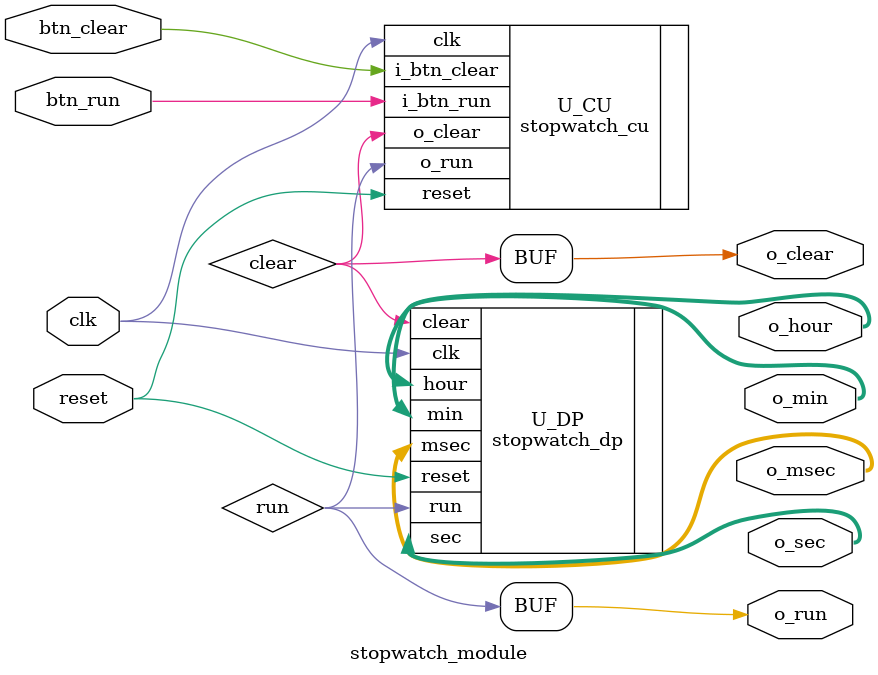
<source format=v>

module stopwatch_module(
    input clk,
    input reset,
    input btn_run,
    input btn_clear,
    output o_run,
    output o_clear,
    output [6:0] o_msec,
    output [5:0] o_sec, o_min,
    output [4:0] o_hour
);
    wire run, clear;
    
    // 스톱워치 제어 유닛
    stopwatch_cu U_CU(
        .clk(clk),
        .reset(reset),
        .i_btn_run(btn_run),
        .i_btn_clear(btn_clear),
        .o_run(run),
        .o_clear(clear)
    );
    
    assign o_run = run;
    assign o_clear = clear;
    
    // 스톱워치 데이터 패스
    stopwatch_dp U_DP(
        .clk(clk),
        .reset(reset),
        .run(run),
        .clear(clear),
        .msec(o_msec),
        .sec(o_sec),
        .min(o_min),
        .hour(o_hour)
    );
endmodule
</source>
